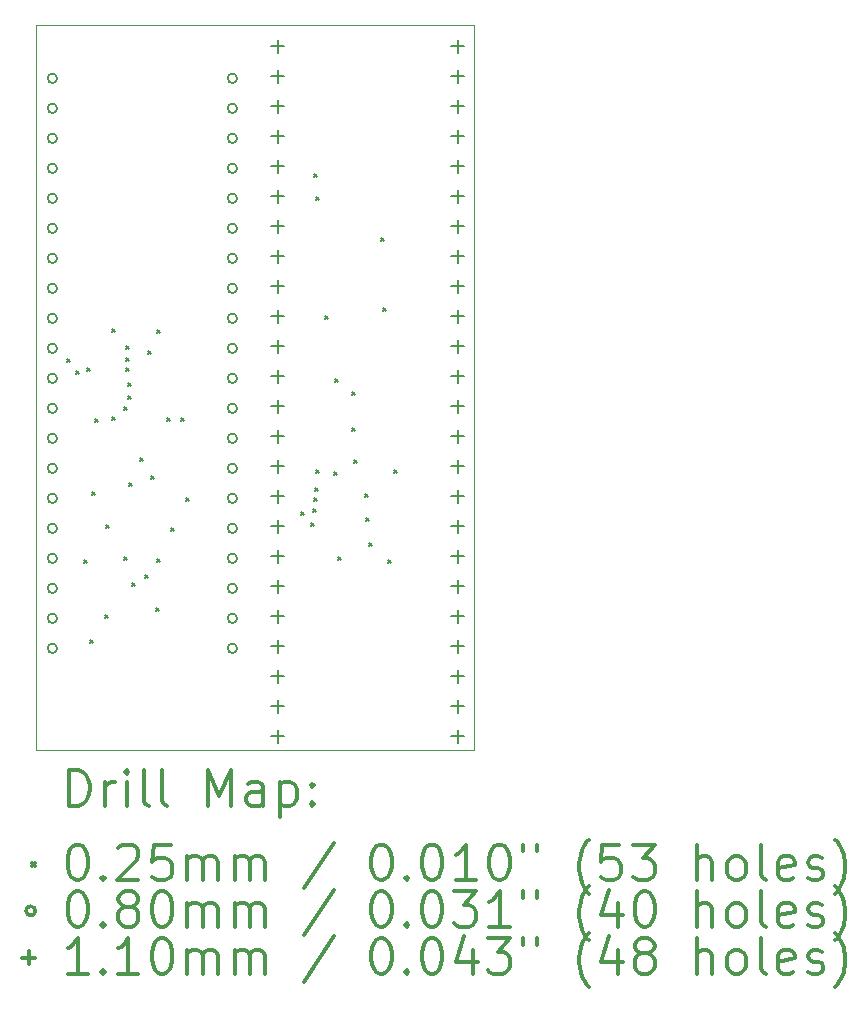
<source format=gbr>
%FSLAX45Y45*%
G04 Gerber Fmt 4.5, Leading zero omitted, Abs format (unit mm)*
G04 Created by KiCad (PCBNEW (5.1.8)-1) date 2022-03-12 16:38:44*
%MOMM*%
%LPD*%
G01*
G04 APERTURE LIST*
%TA.AperFunction,Profile*%
%ADD10C,0.050000*%
%TD*%
%ADD11C,0.200000*%
%ADD12C,0.300000*%
G04 APERTURE END LIST*
D10*
X15780512Y-11482832D02*
X15780512Y-5337302D01*
X19492976Y-11482832D02*
X15780512Y-11482832D01*
X19492976Y-5337302D02*
X19492976Y-11482832D01*
X15780512Y-5337302D02*
X19492976Y-5337302D01*
D11*
X16048228Y-8167878D02*
X16073628Y-8193278D01*
X16073628Y-8167878D02*
X16048228Y-8193278D01*
X16119348Y-8269478D02*
X16144748Y-8294878D01*
X16144748Y-8269478D02*
X16119348Y-8294878D01*
X16187420Y-9867392D02*
X16212820Y-9892792D01*
X16212820Y-9867392D02*
X16187420Y-9892792D01*
X16212820Y-8247126D02*
X16238220Y-8272526D01*
X16238220Y-8247126D02*
X16212820Y-8272526D01*
X16237458Y-10548112D02*
X16262858Y-10573512D01*
X16262858Y-10548112D02*
X16237458Y-10573512D01*
X16257270Y-9293860D02*
X16282670Y-9319260D01*
X16282670Y-9293860D02*
X16257270Y-9319260D01*
X16286480Y-8676894D02*
X16311880Y-8702294D01*
X16311880Y-8676894D02*
X16286480Y-8702294D01*
X16371062Y-10335260D02*
X16396462Y-10360660D01*
X16396462Y-10335260D02*
X16371062Y-10360660D01*
X16377466Y-9573460D02*
X16402866Y-9598860D01*
X16402866Y-9573460D02*
X16377466Y-9598860D01*
X16425672Y-7913878D02*
X16451072Y-7939278D01*
X16451072Y-7913878D02*
X16425672Y-7939278D01*
X16425906Y-8660203D02*
X16451306Y-8685603D01*
X16451306Y-8660203D02*
X16425906Y-8685603D01*
X16525972Y-8579330D02*
X16551372Y-8604730D01*
X16551372Y-8579330D02*
X16525972Y-8604730D01*
X16528861Y-9846818D02*
X16554261Y-9872218D01*
X16554261Y-9846818D02*
X16528861Y-9872218D01*
X16541242Y-8056118D02*
X16566642Y-8081518D01*
X16566642Y-8056118D02*
X16541242Y-8081518D01*
X16543782Y-8248904D02*
X16569182Y-8274304D01*
X16569182Y-8248904D02*
X16543782Y-8274304D01*
X16548862Y-8157464D02*
X16574262Y-8182864D01*
X16574262Y-8157464D02*
X16548862Y-8182864D01*
X16561211Y-8485406D02*
X16586611Y-8510806D01*
X16586611Y-8485406D02*
X16561211Y-8510806D01*
X16563012Y-8374962D02*
X16588412Y-8400362D01*
X16588412Y-8374962D02*
X16563012Y-8400362D01*
X16566388Y-9216644D02*
X16591788Y-9242044D01*
X16591788Y-9216644D02*
X16566388Y-9242044D01*
X16594328Y-10069322D02*
X16619728Y-10094722D01*
X16619728Y-10069322D02*
X16594328Y-10094722D01*
X16664178Y-9008618D02*
X16689578Y-9034018D01*
X16689578Y-9008618D02*
X16664178Y-9034018D01*
X16703802Y-9995408D02*
X16729202Y-10020808D01*
X16729202Y-9995408D02*
X16703802Y-10020808D01*
X16727678Y-8100568D02*
X16753078Y-8125968D01*
X16753078Y-8100568D02*
X16727678Y-8125968D01*
X16758158Y-9159240D02*
X16783558Y-9184640D01*
X16783558Y-9159240D02*
X16758158Y-9184640D01*
X16795242Y-10278364D02*
X16820642Y-10303764D01*
X16820642Y-10278364D02*
X16795242Y-10303764D01*
X16803370Y-9860280D02*
X16828770Y-9885680D01*
X16828770Y-9860280D02*
X16803370Y-9885680D01*
X16808958Y-7920228D02*
X16834358Y-7945628D01*
X16834358Y-7920228D02*
X16808958Y-7945628D01*
X16888460Y-8668258D02*
X16913860Y-8693658D01*
X16913860Y-8668258D02*
X16888460Y-8693658D01*
X16927322Y-9600438D02*
X16952722Y-9625838D01*
X16952722Y-9600438D02*
X16927322Y-9625838D01*
X17012697Y-8669636D02*
X17038097Y-8695036D01*
X17038097Y-8669636D02*
X17012697Y-8695036D01*
X17053052Y-9342628D02*
X17078452Y-9368028D01*
X17078452Y-9342628D02*
X17053052Y-9368028D01*
X18029428Y-9466072D02*
X18054828Y-9491472D01*
X18054828Y-9466072D02*
X18029428Y-9491472D01*
X18112364Y-9556165D02*
X18137764Y-9581565D01*
X18137764Y-9556165D02*
X18112364Y-9581565D01*
X18128996Y-9437624D02*
X18154396Y-9463024D01*
X18154396Y-9437624D02*
X18128996Y-9463024D01*
X18133314Y-6603746D02*
X18158714Y-6629146D01*
X18158714Y-6603746D02*
X18133314Y-6629146D01*
X18137124Y-9346184D02*
X18162524Y-9371584D01*
X18162524Y-9346184D02*
X18137124Y-9371584D01*
X18141188Y-9261856D02*
X18166588Y-9287256D01*
X18166588Y-9261856D02*
X18141188Y-9287256D01*
X18149316Y-9105900D02*
X18174716Y-9131300D01*
X18174716Y-9105900D02*
X18149316Y-9131300D01*
X18151094Y-6799072D02*
X18176494Y-6824472D01*
X18176494Y-6799072D02*
X18151094Y-6824472D01*
X18226024Y-7806436D02*
X18251424Y-7831836D01*
X18251424Y-7806436D02*
X18226024Y-7831836D01*
X18307812Y-9128760D02*
X18333212Y-9154160D01*
X18333212Y-9128760D02*
X18307812Y-9154160D01*
X18318226Y-8342376D02*
X18343626Y-8367776D01*
X18343626Y-8342376D02*
X18318226Y-8367776D01*
X18341594Y-9849612D02*
X18366994Y-9875012D01*
X18366994Y-9849612D02*
X18341594Y-9875012D01*
X18456337Y-8447523D02*
X18481737Y-8472923D01*
X18481737Y-8447523D02*
X18456337Y-8472923D01*
X18456337Y-8754110D02*
X18481737Y-8779510D01*
X18481737Y-8754110D02*
X18456337Y-8779510D01*
X18473420Y-9023350D02*
X18498820Y-9048750D01*
X18498820Y-9023350D02*
X18473420Y-9048750D01*
X18568162Y-9316466D02*
X18593562Y-9341866D01*
X18593562Y-9316466D02*
X18568162Y-9341866D01*
X18579084Y-9514840D02*
X18604484Y-9540240D01*
X18604484Y-9514840D02*
X18579084Y-9540240D01*
X18604484Y-9724136D02*
X18629884Y-9749536D01*
X18629884Y-9724136D02*
X18604484Y-9749536D01*
X18706338Y-7141638D02*
X18731738Y-7167038D01*
X18731738Y-7141638D02*
X18706338Y-7167038D01*
X18719219Y-7735243D02*
X18744619Y-7760643D01*
X18744619Y-7735243D02*
X18719219Y-7760643D01*
X18766536Y-9871710D02*
X18791936Y-9897110D01*
X18791936Y-9871710D02*
X18766536Y-9897110D01*
X18812002Y-9105138D02*
X18837402Y-9130538D01*
X18837402Y-9105138D02*
X18812002Y-9130538D01*
X15961228Y-5792978D02*
G75*
G03*
X15961228Y-5792978I-40000J0D01*
G01*
X15961228Y-6046978D02*
G75*
G03*
X15961228Y-6046978I-40000J0D01*
G01*
X15961228Y-6300978D02*
G75*
G03*
X15961228Y-6300978I-40000J0D01*
G01*
X15961228Y-6554978D02*
G75*
G03*
X15961228Y-6554978I-40000J0D01*
G01*
X15961228Y-6808978D02*
G75*
G03*
X15961228Y-6808978I-40000J0D01*
G01*
X15961228Y-7062978D02*
G75*
G03*
X15961228Y-7062978I-40000J0D01*
G01*
X15961228Y-7316978D02*
G75*
G03*
X15961228Y-7316978I-40000J0D01*
G01*
X15961228Y-7570978D02*
G75*
G03*
X15961228Y-7570978I-40000J0D01*
G01*
X15961228Y-7824978D02*
G75*
G03*
X15961228Y-7824978I-40000J0D01*
G01*
X15961228Y-8078978D02*
G75*
G03*
X15961228Y-8078978I-40000J0D01*
G01*
X15961228Y-8332978D02*
G75*
G03*
X15961228Y-8332978I-40000J0D01*
G01*
X15961228Y-8586978D02*
G75*
G03*
X15961228Y-8586978I-40000J0D01*
G01*
X15961228Y-8840978D02*
G75*
G03*
X15961228Y-8840978I-40000J0D01*
G01*
X15961228Y-9094978D02*
G75*
G03*
X15961228Y-9094978I-40000J0D01*
G01*
X15961228Y-9348978D02*
G75*
G03*
X15961228Y-9348978I-40000J0D01*
G01*
X15961228Y-9602978D02*
G75*
G03*
X15961228Y-9602978I-40000J0D01*
G01*
X15961228Y-9856978D02*
G75*
G03*
X15961228Y-9856978I-40000J0D01*
G01*
X15961228Y-10110978D02*
G75*
G03*
X15961228Y-10110978I-40000J0D01*
G01*
X15961228Y-10364978D02*
G75*
G03*
X15961228Y-10364978I-40000J0D01*
G01*
X15961228Y-10618978D02*
G75*
G03*
X15961228Y-10618978I-40000J0D01*
G01*
X17485228Y-5792978D02*
G75*
G03*
X17485228Y-5792978I-40000J0D01*
G01*
X17485228Y-6046978D02*
G75*
G03*
X17485228Y-6046978I-40000J0D01*
G01*
X17485228Y-6300978D02*
G75*
G03*
X17485228Y-6300978I-40000J0D01*
G01*
X17485228Y-6554978D02*
G75*
G03*
X17485228Y-6554978I-40000J0D01*
G01*
X17485228Y-6808978D02*
G75*
G03*
X17485228Y-6808978I-40000J0D01*
G01*
X17485228Y-7062978D02*
G75*
G03*
X17485228Y-7062978I-40000J0D01*
G01*
X17485228Y-7316978D02*
G75*
G03*
X17485228Y-7316978I-40000J0D01*
G01*
X17485228Y-7570978D02*
G75*
G03*
X17485228Y-7570978I-40000J0D01*
G01*
X17485228Y-7824978D02*
G75*
G03*
X17485228Y-7824978I-40000J0D01*
G01*
X17485228Y-8078978D02*
G75*
G03*
X17485228Y-8078978I-40000J0D01*
G01*
X17485228Y-8332978D02*
G75*
G03*
X17485228Y-8332978I-40000J0D01*
G01*
X17485228Y-8586978D02*
G75*
G03*
X17485228Y-8586978I-40000J0D01*
G01*
X17485228Y-8840978D02*
G75*
G03*
X17485228Y-8840978I-40000J0D01*
G01*
X17485228Y-9094978D02*
G75*
G03*
X17485228Y-9094978I-40000J0D01*
G01*
X17485228Y-9348978D02*
G75*
G03*
X17485228Y-9348978I-40000J0D01*
G01*
X17485228Y-9602978D02*
G75*
G03*
X17485228Y-9602978I-40000J0D01*
G01*
X17485228Y-9856978D02*
G75*
G03*
X17485228Y-9856978I-40000J0D01*
G01*
X17485228Y-10110978D02*
G75*
G03*
X17485228Y-10110978I-40000J0D01*
G01*
X17485228Y-10364978D02*
G75*
G03*
X17485228Y-10364978I-40000J0D01*
G01*
X17485228Y-10618978D02*
G75*
G03*
X17485228Y-10618978I-40000J0D01*
G01*
X17829022Y-5467468D02*
X17829022Y-5577468D01*
X17774022Y-5522468D02*
X17884022Y-5522468D01*
X17829022Y-5721468D02*
X17829022Y-5831468D01*
X17774022Y-5776468D02*
X17884022Y-5776468D01*
X17829022Y-5975468D02*
X17829022Y-6085468D01*
X17774022Y-6030468D02*
X17884022Y-6030468D01*
X17829022Y-6229468D02*
X17829022Y-6339468D01*
X17774022Y-6284468D02*
X17884022Y-6284468D01*
X17829022Y-6483468D02*
X17829022Y-6593468D01*
X17774022Y-6538468D02*
X17884022Y-6538468D01*
X17829022Y-6737468D02*
X17829022Y-6847468D01*
X17774022Y-6792468D02*
X17884022Y-6792468D01*
X17829022Y-6991468D02*
X17829022Y-7101468D01*
X17774022Y-7046468D02*
X17884022Y-7046468D01*
X17829022Y-7245468D02*
X17829022Y-7355468D01*
X17774022Y-7300468D02*
X17884022Y-7300468D01*
X17829022Y-7499468D02*
X17829022Y-7609468D01*
X17774022Y-7554468D02*
X17884022Y-7554468D01*
X17829022Y-7753468D02*
X17829022Y-7863468D01*
X17774022Y-7808468D02*
X17884022Y-7808468D01*
X17829022Y-8007468D02*
X17829022Y-8117468D01*
X17774022Y-8062468D02*
X17884022Y-8062468D01*
X17829022Y-8261468D02*
X17829022Y-8371468D01*
X17774022Y-8316468D02*
X17884022Y-8316468D01*
X17829022Y-8515468D02*
X17829022Y-8625468D01*
X17774022Y-8570468D02*
X17884022Y-8570468D01*
X17829022Y-8769468D02*
X17829022Y-8879468D01*
X17774022Y-8824468D02*
X17884022Y-8824468D01*
X17829022Y-9023468D02*
X17829022Y-9133468D01*
X17774022Y-9078468D02*
X17884022Y-9078468D01*
X17829022Y-9277468D02*
X17829022Y-9387468D01*
X17774022Y-9332468D02*
X17884022Y-9332468D01*
X17829022Y-9531468D02*
X17829022Y-9641468D01*
X17774022Y-9586468D02*
X17884022Y-9586468D01*
X17829022Y-9785468D02*
X17829022Y-9895468D01*
X17774022Y-9840468D02*
X17884022Y-9840468D01*
X17829022Y-10039468D02*
X17829022Y-10149468D01*
X17774022Y-10094468D02*
X17884022Y-10094468D01*
X17829022Y-10293468D02*
X17829022Y-10403468D01*
X17774022Y-10348468D02*
X17884022Y-10348468D01*
X17829022Y-10547468D02*
X17829022Y-10657468D01*
X17774022Y-10602468D02*
X17884022Y-10602468D01*
X17829022Y-10801468D02*
X17829022Y-10911468D01*
X17774022Y-10856468D02*
X17884022Y-10856468D01*
X17829022Y-11055468D02*
X17829022Y-11165468D01*
X17774022Y-11110468D02*
X17884022Y-11110468D01*
X17829022Y-11309468D02*
X17829022Y-11419468D01*
X17774022Y-11364468D02*
X17884022Y-11364468D01*
X19353022Y-5467468D02*
X19353022Y-5577468D01*
X19298022Y-5522468D02*
X19408022Y-5522468D01*
X19353022Y-5721468D02*
X19353022Y-5831468D01*
X19298022Y-5776468D02*
X19408022Y-5776468D01*
X19353022Y-5975468D02*
X19353022Y-6085468D01*
X19298022Y-6030468D02*
X19408022Y-6030468D01*
X19353022Y-6229468D02*
X19353022Y-6339468D01*
X19298022Y-6284468D02*
X19408022Y-6284468D01*
X19353022Y-6483468D02*
X19353022Y-6593468D01*
X19298022Y-6538468D02*
X19408022Y-6538468D01*
X19353022Y-6737468D02*
X19353022Y-6847468D01*
X19298022Y-6792468D02*
X19408022Y-6792468D01*
X19353022Y-6991468D02*
X19353022Y-7101468D01*
X19298022Y-7046468D02*
X19408022Y-7046468D01*
X19353022Y-7245468D02*
X19353022Y-7355468D01*
X19298022Y-7300468D02*
X19408022Y-7300468D01*
X19353022Y-7499468D02*
X19353022Y-7609468D01*
X19298022Y-7554468D02*
X19408022Y-7554468D01*
X19353022Y-7753468D02*
X19353022Y-7863468D01*
X19298022Y-7808468D02*
X19408022Y-7808468D01*
X19353022Y-8007468D02*
X19353022Y-8117468D01*
X19298022Y-8062468D02*
X19408022Y-8062468D01*
X19353022Y-8261468D02*
X19353022Y-8371468D01*
X19298022Y-8316468D02*
X19408022Y-8316468D01*
X19353022Y-8515468D02*
X19353022Y-8625468D01*
X19298022Y-8570468D02*
X19408022Y-8570468D01*
X19353022Y-8769468D02*
X19353022Y-8879468D01*
X19298022Y-8824468D02*
X19408022Y-8824468D01*
X19353022Y-9023468D02*
X19353022Y-9133468D01*
X19298022Y-9078468D02*
X19408022Y-9078468D01*
X19353022Y-9277468D02*
X19353022Y-9387468D01*
X19298022Y-9332468D02*
X19408022Y-9332468D01*
X19353022Y-9531468D02*
X19353022Y-9641468D01*
X19298022Y-9586468D02*
X19408022Y-9586468D01*
X19353022Y-9785468D02*
X19353022Y-9895468D01*
X19298022Y-9840468D02*
X19408022Y-9840468D01*
X19353022Y-10039468D02*
X19353022Y-10149468D01*
X19298022Y-10094468D02*
X19408022Y-10094468D01*
X19353022Y-10293468D02*
X19353022Y-10403468D01*
X19298022Y-10348468D02*
X19408022Y-10348468D01*
X19353022Y-10547468D02*
X19353022Y-10657468D01*
X19298022Y-10602468D02*
X19408022Y-10602468D01*
X19353022Y-10801468D02*
X19353022Y-10911468D01*
X19298022Y-10856468D02*
X19408022Y-10856468D01*
X19353022Y-11055468D02*
X19353022Y-11165468D01*
X19298022Y-11110468D02*
X19408022Y-11110468D01*
X19353022Y-11309468D02*
X19353022Y-11419468D01*
X19298022Y-11364468D02*
X19408022Y-11364468D01*
D12*
X16064440Y-11951046D02*
X16064440Y-11651046D01*
X16135869Y-11651046D01*
X16178726Y-11665332D01*
X16207298Y-11693903D01*
X16221583Y-11722475D01*
X16235869Y-11779618D01*
X16235869Y-11822475D01*
X16221583Y-11879618D01*
X16207298Y-11908189D01*
X16178726Y-11936761D01*
X16135869Y-11951046D01*
X16064440Y-11951046D01*
X16364440Y-11951046D02*
X16364440Y-11751046D01*
X16364440Y-11808189D02*
X16378726Y-11779618D01*
X16393012Y-11765332D01*
X16421583Y-11751046D01*
X16450155Y-11751046D01*
X16550155Y-11951046D02*
X16550155Y-11751046D01*
X16550155Y-11651046D02*
X16535869Y-11665332D01*
X16550155Y-11679618D01*
X16564440Y-11665332D01*
X16550155Y-11651046D01*
X16550155Y-11679618D01*
X16735869Y-11951046D02*
X16707298Y-11936761D01*
X16693012Y-11908189D01*
X16693012Y-11651046D01*
X16893012Y-11951046D02*
X16864440Y-11936761D01*
X16850155Y-11908189D01*
X16850155Y-11651046D01*
X17235869Y-11951046D02*
X17235869Y-11651046D01*
X17335869Y-11865332D01*
X17435869Y-11651046D01*
X17435869Y-11951046D01*
X17707298Y-11951046D02*
X17707298Y-11793903D01*
X17693012Y-11765332D01*
X17664440Y-11751046D01*
X17607298Y-11751046D01*
X17578726Y-11765332D01*
X17707298Y-11936761D02*
X17678726Y-11951046D01*
X17607298Y-11951046D01*
X17578726Y-11936761D01*
X17564440Y-11908189D01*
X17564440Y-11879618D01*
X17578726Y-11851046D01*
X17607298Y-11836761D01*
X17678726Y-11836761D01*
X17707298Y-11822475D01*
X17850155Y-11751046D02*
X17850155Y-12051046D01*
X17850155Y-11765332D02*
X17878726Y-11751046D01*
X17935869Y-11751046D01*
X17964440Y-11765332D01*
X17978726Y-11779618D01*
X17993012Y-11808189D01*
X17993012Y-11893903D01*
X17978726Y-11922475D01*
X17964440Y-11936761D01*
X17935869Y-11951046D01*
X17878726Y-11951046D01*
X17850155Y-11936761D01*
X18121583Y-11922475D02*
X18135869Y-11936761D01*
X18121583Y-11951046D01*
X18107298Y-11936761D01*
X18121583Y-11922475D01*
X18121583Y-11951046D01*
X18121583Y-11765332D02*
X18135869Y-11779618D01*
X18121583Y-11793903D01*
X18107298Y-11779618D01*
X18121583Y-11765332D01*
X18121583Y-11793903D01*
X15752612Y-12432632D02*
X15778012Y-12458032D01*
X15778012Y-12432632D02*
X15752612Y-12458032D01*
X16121583Y-12281046D02*
X16150155Y-12281046D01*
X16178726Y-12295332D01*
X16193012Y-12309618D01*
X16207298Y-12338189D01*
X16221583Y-12395332D01*
X16221583Y-12466761D01*
X16207298Y-12523903D01*
X16193012Y-12552475D01*
X16178726Y-12566761D01*
X16150155Y-12581046D01*
X16121583Y-12581046D01*
X16093012Y-12566761D01*
X16078726Y-12552475D01*
X16064440Y-12523903D01*
X16050155Y-12466761D01*
X16050155Y-12395332D01*
X16064440Y-12338189D01*
X16078726Y-12309618D01*
X16093012Y-12295332D01*
X16121583Y-12281046D01*
X16350155Y-12552475D02*
X16364440Y-12566761D01*
X16350155Y-12581046D01*
X16335869Y-12566761D01*
X16350155Y-12552475D01*
X16350155Y-12581046D01*
X16478726Y-12309618D02*
X16493012Y-12295332D01*
X16521583Y-12281046D01*
X16593012Y-12281046D01*
X16621583Y-12295332D01*
X16635869Y-12309618D01*
X16650155Y-12338189D01*
X16650155Y-12366761D01*
X16635869Y-12409618D01*
X16464440Y-12581046D01*
X16650155Y-12581046D01*
X16921583Y-12281046D02*
X16778726Y-12281046D01*
X16764440Y-12423903D01*
X16778726Y-12409618D01*
X16807298Y-12395332D01*
X16878726Y-12395332D01*
X16907298Y-12409618D01*
X16921583Y-12423903D01*
X16935869Y-12452475D01*
X16935869Y-12523903D01*
X16921583Y-12552475D01*
X16907298Y-12566761D01*
X16878726Y-12581046D01*
X16807298Y-12581046D01*
X16778726Y-12566761D01*
X16764440Y-12552475D01*
X17064440Y-12581046D02*
X17064440Y-12381046D01*
X17064440Y-12409618D02*
X17078726Y-12395332D01*
X17107298Y-12381046D01*
X17150155Y-12381046D01*
X17178726Y-12395332D01*
X17193012Y-12423903D01*
X17193012Y-12581046D01*
X17193012Y-12423903D02*
X17207298Y-12395332D01*
X17235869Y-12381046D01*
X17278726Y-12381046D01*
X17307298Y-12395332D01*
X17321583Y-12423903D01*
X17321583Y-12581046D01*
X17464440Y-12581046D02*
X17464440Y-12381046D01*
X17464440Y-12409618D02*
X17478726Y-12395332D01*
X17507298Y-12381046D01*
X17550155Y-12381046D01*
X17578726Y-12395332D01*
X17593012Y-12423903D01*
X17593012Y-12581046D01*
X17593012Y-12423903D02*
X17607298Y-12395332D01*
X17635869Y-12381046D01*
X17678726Y-12381046D01*
X17707298Y-12395332D01*
X17721583Y-12423903D01*
X17721583Y-12581046D01*
X18307298Y-12266761D02*
X18050155Y-12652475D01*
X18693012Y-12281046D02*
X18721583Y-12281046D01*
X18750155Y-12295332D01*
X18764440Y-12309618D01*
X18778726Y-12338189D01*
X18793012Y-12395332D01*
X18793012Y-12466761D01*
X18778726Y-12523903D01*
X18764440Y-12552475D01*
X18750155Y-12566761D01*
X18721583Y-12581046D01*
X18693012Y-12581046D01*
X18664440Y-12566761D01*
X18650155Y-12552475D01*
X18635869Y-12523903D01*
X18621583Y-12466761D01*
X18621583Y-12395332D01*
X18635869Y-12338189D01*
X18650155Y-12309618D01*
X18664440Y-12295332D01*
X18693012Y-12281046D01*
X18921583Y-12552475D02*
X18935869Y-12566761D01*
X18921583Y-12581046D01*
X18907298Y-12566761D01*
X18921583Y-12552475D01*
X18921583Y-12581046D01*
X19121583Y-12281046D02*
X19150155Y-12281046D01*
X19178726Y-12295332D01*
X19193012Y-12309618D01*
X19207298Y-12338189D01*
X19221583Y-12395332D01*
X19221583Y-12466761D01*
X19207298Y-12523903D01*
X19193012Y-12552475D01*
X19178726Y-12566761D01*
X19150155Y-12581046D01*
X19121583Y-12581046D01*
X19093012Y-12566761D01*
X19078726Y-12552475D01*
X19064440Y-12523903D01*
X19050155Y-12466761D01*
X19050155Y-12395332D01*
X19064440Y-12338189D01*
X19078726Y-12309618D01*
X19093012Y-12295332D01*
X19121583Y-12281046D01*
X19507298Y-12581046D02*
X19335869Y-12581046D01*
X19421583Y-12581046D02*
X19421583Y-12281046D01*
X19393012Y-12323903D01*
X19364440Y-12352475D01*
X19335869Y-12366761D01*
X19693012Y-12281046D02*
X19721583Y-12281046D01*
X19750155Y-12295332D01*
X19764440Y-12309618D01*
X19778726Y-12338189D01*
X19793012Y-12395332D01*
X19793012Y-12466761D01*
X19778726Y-12523903D01*
X19764440Y-12552475D01*
X19750155Y-12566761D01*
X19721583Y-12581046D01*
X19693012Y-12581046D01*
X19664440Y-12566761D01*
X19650155Y-12552475D01*
X19635869Y-12523903D01*
X19621583Y-12466761D01*
X19621583Y-12395332D01*
X19635869Y-12338189D01*
X19650155Y-12309618D01*
X19664440Y-12295332D01*
X19693012Y-12281046D01*
X19907298Y-12281046D02*
X19907298Y-12338189D01*
X20021583Y-12281046D02*
X20021583Y-12338189D01*
X20464440Y-12695332D02*
X20450155Y-12681046D01*
X20421583Y-12638189D01*
X20407298Y-12609618D01*
X20393012Y-12566761D01*
X20378726Y-12495332D01*
X20378726Y-12438189D01*
X20393012Y-12366761D01*
X20407298Y-12323903D01*
X20421583Y-12295332D01*
X20450155Y-12252475D01*
X20464440Y-12238189D01*
X20721583Y-12281046D02*
X20578726Y-12281046D01*
X20564440Y-12423903D01*
X20578726Y-12409618D01*
X20607298Y-12395332D01*
X20678726Y-12395332D01*
X20707298Y-12409618D01*
X20721583Y-12423903D01*
X20735869Y-12452475D01*
X20735869Y-12523903D01*
X20721583Y-12552475D01*
X20707298Y-12566761D01*
X20678726Y-12581046D01*
X20607298Y-12581046D01*
X20578726Y-12566761D01*
X20564440Y-12552475D01*
X20835869Y-12281046D02*
X21021583Y-12281046D01*
X20921583Y-12395332D01*
X20964440Y-12395332D01*
X20993012Y-12409618D01*
X21007298Y-12423903D01*
X21021583Y-12452475D01*
X21021583Y-12523903D01*
X21007298Y-12552475D01*
X20993012Y-12566761D01*
X20964440Y-12581046D01*
X20878726Y-12581046D01*
X20850155Y-12566761D01*
X20835869Y-12552475D01*
X21378726Y-12581046D02*
X21378726Y-12281046D01*
X21507298Y-12581046D02*
X21507298Y-12423903D01*
X21493012Y-12395332D01*
X21464440Y-12381046D01*
X21421583Y-12381046D01*
X21393012Y-12395332D01*
X21378726Y-12409618D01*
X21693012Y-12581046D02*
X21664440Y-12566761D01*
X21650155Y-12552475D01*
X21635869Y-12523903D01*
X21635869Y-12438189D01*
X21650155Y-12409618D01*
X21664440Y-12395332D01*
X21693012Y-12381046D01*
X21735869Y-12381046D01*
X21764440Y-12395332D01*
X21778726Y-12409618D01*
X21793012Y-12438189D01*
X21793012Y-12523903D01*
X21778726Y-12552475D01*
X21764440Y-12566761D01*
X21735869Y-12581046D01*
X21693012Y-12581046D01*
X21964440Y-12581046D02*
X21935869Y-12566761D01*
X21921583Y-12538189D01*
X21921583Y-12281046D01*
X22193012Y-12566761D02*
X22164440Y-12581046D01*
X22107298Y-12581046D01*
X22078726Y-12566761D01*
X22064440Y-12538189D01*
X22064440Y-12423903D01*
X22078726Y-12395332D01*
X22107298Y-12381046D01*
X22164440Y-12381046D01*
X22193012Y-12395332D01*
X22207298Y-12423903D01*
X22207298Y-12452475D01*
X22064440Y-12481046D01*
X22321583Y-12566761D02*
X22350155Y-12581046D01*
X22407298Y-12581046D01*
X22435869Y-12566761D01*
X22450155Y-12538189D01*
X22450155Y-12523903D01*
X22435869Y-12495332D01*
X22407298Y-12481046D01*
X22364440Y-12481046D01*
X22335869Y-12466761D01*
X22321583Y-12438189D01*
X22321583Y-12423903D01*
X22335869Y-12395332D01*
X22364440Y-12381046D01*
X22407298Y-12381046D01*
X22435869Y-12395332D01*
X22550155Y-12695332D02*
X22564440Y-12681046D01*
X22593012Y-12638189D01*
X22607298Y-12609618D01*
X22621583Y-12566761D01*
X22635869Y-12495332D01*
X22635869Y-12438189D01*
X22621583Y-12366761D01*
X22607298Y-12323903D01*
X22593012Y-12295332D01*
X22564440Y-12252475D01*
X22550155Y-12238189D01*
X15778012Y-12841332D02*
G75*
G03*
X15778012Y-12841332I-40000J0D01*
G01*
X16121583Y-12677046D02*
X16150155Y-12677046D01*
X16178726Y-12691332D01*
X16193012Y-12705618D01*
X16207298Y-12734189D01*
X16221583Y-12791332D01*
X16221583Y-12862761D01*
X16207298Y-12919903D01*
X16193012Y-12948475D01*
X16178726Y-12962761D01*
X16150155Y-12977046D01*
X16121583Y-12977046D01*
X16093012Y-12962761D01*
X16078726Y-12948475D01*
X16064440Y-12919903D01*
X16050155Y-12862761D01*
X16050155Y-12791332D01*
X16064440Y-12734189D01*
X16078726Y-12705618D01*
X16093012Y-12691332D01*
X16121583Y-12677046D01*
X16350155Y-12948475D02*
X16364440Y-12962761D01*
X16350155Y-12977046D01*
X16335869Y-12962761D01*
X16350155Y-12948475D01*
X16350155Y-12977046D01*
X16535869Y-12805618D02*
X16507298Y-12791332D01*
X16493012Y-12777046D01*
X16478726Y-12748475D01*
X16478726Y-12734189D01*
X16493012Y-12705618D01*
X16507298Y-12691332D01*
X16535869Y-12677046D01*
X16593012Y-12677046D01*
X16621583Y-12691332D01*
X16635869Y-12705618D01*
X16650155Y-12734189D01*
X16650155Y-12748475D01*
X16635869Y-12777046D01*
X16621583Y-12791332D01*
X16593012Y-12805618D01*
X16535869Y-12805618D01*
X16507298Y-12819903D01*
X16493012Y-12834189D01*
X16478726Y-12862761D01*
X16478726Y-12919903D01*
X16493012Y-12948475D01*
X16507298Y-12962761D01*
X16535869Y-12977046D01*
X16593012Y-12977046D01*
X16621583Y-12962761D01*
X16635869Y-12948475D01*
X16650155Y-12919903D01*
X16650155Y-12862761D01*
X16635869Y-12834189D01*
X16621583Y-12819903D01*
X16593012Y-12805618D01*
X16835869Y-12677046D02*
X16864440Y-12677046D01*
X16893012Y-12691332D01*
X16907298Y-12705618D01*
X16921583Y-12734189D01*
X16935869Y-12791332D01*
X16935869Y-12862761D01*
X16921583Y-12919903D01*
X16907298Y-12948475D01*
X16893012Y-12962761D01*
X16864440Y-12977046D01*
X16835869Y-12977046D01*
X16807298Y-12962761D01*
X16793012Y-12948475D01*
X16778726Y-12919903D01*
X16764440Y-12862761D01*
X16764440Y-12791332D01*
X16778726Y-12734189D01*
X16793012Y-12705618D01*
X16807298Y-12691332D01*
X16835869Y-12677046D01*
X17064440Y-12977046D02*
X17064440Y-12777046D01*
X17064440Y-12805618D02*
X17078726Y-12791332D01*
X17107298Y-12777046D01*
X17150155Y-12777046D01*
X17178726Y-12791332D01*
X17193012Y-12819903D01*
X17193012Y-12977046D01*
X17193012Y-12819903D02*
X17207298Y-12791332D01*
X17235869Y-12777046D01*
X17278726Y-12777046D01*
X17307298Y-12791332D01*
X17321583Y-12819903D01*
X17321583Y-12977046D01*
X17464440Y-12977046D02*
X17464440Y-12777046D01*
X17464440Y-12805618D02*
X17478726Y-12791332D01*
X17507298Y-12777046D01*
X17550155Y-12777046D01*
X17578726Y-12791332D01*
X17593012Y-12819903D01*
X17593012Y-12977046D01*
X17593012Y-12819903D02*
X17607298Y-12791332D01*
X17635869Y-12777046D01*
X17678726Y-12777046D01*
X17707298Y-12791332D01*
X17721583Y-12819903D01*
X17721583Y-12977046D01*
X18307298Y-12662761D02*
X18050155Y-13048475D01*
X18693012Y-12677046D02*
X18721583Y-12677046D01*
X18750155Y-12691332D01*
X18764440Y-12705618D01*
X18778726Y-12734189D01*
X18793012Y-12791332D01*
X18793012Y-12862761D01*
X18778726Y-12919903D01*
X18764440Y-12948475D01*
X18750155Y-12962761D01*
X18721583Y-12977046D01*
X18693012Y-12977046D01*
X18664440Y-12962761D01*
X18650155Y-12948475D01*
X18635869Y-12919903D01*
X18621583Y-12862761D01*
X18621583Y-12791332D01*
X18635869Y-12734189D01*
X18650155Y-12705618D01*
X18664440Y-12691332D01*
X18693012Y-12677046D01*
X18921583Y-12948475D02*
X18935869Y-12962761D01*
X18921583Y-12977046D01*
X18907298Y-12962761D01*
X18921583Y-12948475D01*
X18921583Y-12977046D01*
X19121583Y-12677046D02*
X19150155Y-12677046D01*
X19178726Y-12691332D01*
X19193012Y-12705618D01*
X19207298Y-12734189D01*
X19221583Y-12791332D01*
X19221583Y-12862761D01*
X19207298Y-12919903D01*
X19193012Y-12948475D01*
X19178726Y-12962761D01*
X19150155Y-12977046D01*
X19121583Y-12977046D01*
X19093012Y-12962761D01*
X19078726Y-12948475D01*
X19064440Y-12919903D01*
X19050155Y-12862761D01*
X19050155Y-12791332D01*
X19064440Y-12734189D01*
X19078726Y-12705618D01*
X19093012Y-12691332D01*
X19121583Y-12677046D01*
X19321583Y-12677046D02*
X19507298Y-12677046D01*
X19407298Y-12791332D01*
X19450155Y-12791332D01*
X19478726Y-12805618D01*
X19493012Y-12819903D01*
X19507298Y-12848475D01*
X19507298Y-12919903D01*
X19493012Y-12948475D01*
X19478726Y-12962761D01*
X19450155Y-12977046D01*
X19364440Y-12977046D01*
X19335869Y-12962761D01*
X19321583Y-12948475D01*
X19793012Y-12977046D02*
X19621583Y-12977046D01*
X19707298Y-12977046D02*
X19707298Y-12677046D01*
X19678726Y-12719903D01*
X19650155Y-12748475D01*
X19621583Y-12762761D01*
X19907298Y-12677046D02*
X19907298Y-12734189D01*
X20021583Y-12677046D02*
X20021583Y-12734189D01*
X20464440Y-13091332D02*
X20450155Y-13077046D01*
X20421583Y-13034189D01*
X20407298Y-13005618D01*
X20393012Y-12962761D01*
X20378726Y-12891332D01*
X20378726Y-12834189D01*
X20393012Y-12762761D01*
X20407298Y-12719903D01*
X20421583Y-12691332D01*
X20450155Y-12648475D01*
X20464440Y-12634189D01*
X20707298Y-12777046D02*
X20707298Y-12977046D01*
X20635869Y-12662761D02*
X20564440Y-12877046D01*
X20750155Y-12877046D01*
X20921583Y-12677046D02*
X20950155Y-12677046D01*
X20978726Y-12691332D01*
X20993012Y-12705618D01*
X21007298Y-12734189D01*
X21021583Y-12791332D01*
X21021583Y-12862761D01*
X21007298Y-12919903D01*
X20993012Y-12948475D01*
X20978726Y-12962761D01*
X20950155Y-12977046D01*
X20921583Y-12977046D01*
X20893012Y-12962761D01*
X20878726Y-12948475D01*
X20864440Y-12919903D01*
X20850155Y-12862761D01*
X20850155Y-12791332D01*
X20864440Y-12734189D01*
X20878726Y-12705618D01*
X20893012Y-12691332D01*
X20921583Y-12677046D01*
X21378726Y-12977046D02*
X21378726Y-12677046D01*
X21507298Y-12977046D02*
X21507298Y-12819903D01*
X21493012Y-12791332D01*
X21464440Y-12777046D01*
X21421583Y-12777046D01*
X21393012Y-12791332D01*
X21378726Y-12805618D01*
X21693012Y-12977046D02*
X21664440Y-12962761D01*
X21650155Y-12948475D01*
X21635869Y-12919903D01*
X21635869Y-12834189D01*
X21650155Y-12805618D01*
X21664440Y-12791332D01*
X21693012Y-12777046D01*
X21735869Y-12777046D01*
X21764440Y-12791332D01*
X21778726Y-12805618D01*
X21793012Y-12834189D01*
X21793012Y-12919903D01*
X21778726Y-12948475D01*
X21764440Y-12962761D01*
X21735869Y-12977046D01*
X21693012Y-12977046D01*
X21964440Y-12977046D02*
X21935869Y-12962761D01*
X21921583Y-12934189D01*
X21921583Y-12677046D01*
X22193012Y-12962761D02*
X22164440Y-12977046D01*
X22107298Y-12977046D01*
X22078726Y-12962761D01*
X22064440Y-12934189D01*
X22064440Y-12819903D01*
X22078726Y-12791332D01*
X22107298Y-12777046D01*
X22164440Y-12777046D01*
X22193012Y-12791332D01*
X22207298Y-12819903D01*
X22207298Y-12848475D01*
X22064440Y-12877046D01*
X22321583Y-12962761D02*
X22350155Y-12977046D01*
X22407298Y-12977046D01*
X22435869Y-12962761D01*
X22450155Y-12934189D01*
X22450155Y-12919903D01*
X22435869Y-12891332D01*
X22407298Y-12877046D01*
X22364440Y-12877046D01*
X22335869Y-12862761D01*
X22321583Y-12834189D01*
X22321583Y-12819903D01*
X22335869Y-12791332D01*
X22364440Y-12777046D01*
X22407298Y-12777046D01*
X22435869Y-12791332D01*
X22550155Y-13091332D02*
X22564440Y-13077046D01*
X22593012Y-13034189D01*
X22607298Y-13005618D01*
X22621583Y-12962761D01*
X22635869Y-12891332D01*
X22635869Y-12834189D01*
X22621583Y-12762761D01*
X22607298Y-12719903D01*
X22593012Y-12691332D01*
X22564440Y-12648475D01*
X22550155Y-12634189D01*
X15723012Y-13182332D02*
X15723012Y-13292332D01*
X15668012Y-13237332D02*
X15778012Y-13237332D01*
X16221583Y-13373046D02*
X16050155Y-13373046D01*
X16135869Y-13373046D02*
X16135869Y-13073046D01*
X16107298Y-13115903D01*
X16078726Y-13144475D01*
X16050155Y-13158761D01*
X16350155Y-13344475D02*
X16364440Y-13358761D01*
X16350155Y-13373046D01*
X16335869Y-13358761D01*
X16350155Y-13344475D01*
X16350155Y-13373046D01*
X16650155Y-13373046D02*
X16478726Y-13373046D01*
X16564440Y-13373046D02*
X16564440Y-13073046D01*
X16535869Y-13115903D01*
X16507298Y-13144475D01*
X16478726Y-13158761D01*
X16835869Y-13073046D02*
X16864440Y-13073046D01*
X16893012Y-13087332D01*
X16907298Y-13101618D01*
X16921583Y-13130189D01*
X16935869Y-13187332D01*
X16935869Y-13258761D01*
X16921583Y-13315903D01*
X16907298Y-13344475D01*
X16893012Y-13358761D01*
X16864440Y-13373046D01*
X16835869Y-13373046D01*
X16807298Y-13358761D01*
X16793012Y-13344475D01*
X16778726Y-13315903D01*
X16764440Y-13258761D01*
X16764440Y-13187332D01*
X16778726Y-13130189D01*
X16793012Y-13101618D01*
X16807298Y-13087332D01*
X16835869Y-13073046D01*
X17064440Y-13373046D02*
X17064440Y-13173046D01*
X17064440Y-13201618D02*
X17078726Y-13187332D01*
X17107298Y-13173046D01*
X17150155Y-13173046D01*
X17178726Y-13187332D01*
X17193012Y-13215903D01*
X17193012Y-13373046D01*
X17193012Y-13215903D02*
X17207298Y-13187332D01*
X17235869Y-13173046D01*
X17278726Y-13173046D01*
X17307298Y-13187332D01*
X17321583Y-13215903D01*
X17321583Y-13373046D01*
X17464440Y-13373046D02*
X17464440Y-13173046D01*
X17464440Y-13201618D02*
X17478726Y-13187332D01*
X17507298Y-13173046D01*
X17550155Y-13173046D01*
X17578726Y-13187332D01*
X17593012Y-13215903D01*
X17593012Y-13373046D01*
X17593012Y-13215903D02*
X17607298Y-13187332D01*
X17635869Y-13173046D01*
X17678726Y-13173046D01*
X17707298Y-13187332D01*
X17721583Y-13215903D01*
X17721583Y-13373046D01*
X18307298Y-13058761D02*
X18050155Y-13444475D01*
X18693012Y-13073046D02*
X18721583Y-13073046D01*
X18750155Y-13087332D01*
X18764440Y-13101618D01*
X18778726Y-13130189D01*
X18793012Y-13187332D01*
X18793012Y-13258761D01*
X18778726Y-13315903D01*
X18764440Y-13344475D01*
X18750155Y-13358761D01*
X18721583Y-13373046D01*
X18693012Y-13373046D01*
X18664440Y-13358761D01*
X18650155Y-13344475D01*
X18635869Y-13315903D01*
X18621583Y-13258761D01*
X18621583Y-13187332D01*
X18635869Y-13130189D01*
X18650155Y-13101618D01*
X18664440Y-13087332D01*
X18693012Y-13073046D01*
X18921583Y-13344475D02*
X18935869Y-13358761D01*
X18921583Y-13373046D01*
X18907298Y-13358761D01*
X18921583Y-13344475D01*
X18921583Y-13373046D01*
X19121583Y-13073046D02*
X19150155Y-13073046D01*
X19178726Y-13087332D01*
X19193012Y-13101618D01*
X19207298Y-13130189D01*
X19221583Y-13187332D01*
X19221583Y-13258761D01*
X19207298Y-13315903D01*
X19193012Y-13344475D01*
X19178726Y-13358761D01*
X19150155Y-13373046D01*
X19121583Y-13373046D01*
X19093012Y-13358761D01*
X19078726Y-13344475D01*
X19064440Y-13315903D01*
X19050155Y-13258761D01*
X19050155Y-13187332D01*
X19064440Y-13130189D01*
X19078726Y-13101618D01*
X19093012Y-13087332D01*
X19121583Y-13073046D01*
X19478726Y-13173046D02*
X19478726Y-13373046D01*
X19407298Y-13058761D02*
X19335869Y-13273046D01*
X19521583Y-13273046D01*
X19607298Y-13073046D02*
X19793012Y-13073046D01*
X19693012Y-13187332D01*
X19735869Y-13187332D01*
X19764440Y-13201618D01*
X19778726Y-13215903D01*
X19793012Y-13244475D01*
X19793012Y-13315903D01*
X19778726Y-13344475D01*
X19764440Y-13358761D01*
X19735869Y-13373046D01*
X19650155Y-13373046D01*
X19621583Y-13358761D01*
X19607298Y-13344475D01*
X19907298Y-13073046D02*
X19907298Y-13130189D01*
X20021583Y-13073046D02*
X20021583Y-13130189D01*
X20464440Y-13487332D02*
X20450155Y-13473046D01*
X20421583Y-13430189D01*
X20407298Y-13401618D01*
X20393012Y-13358761D01*
X20378726Y-13287332D01*
X20378726Y-13230189D01*
X20393012Y-13158761D01*
X20407298Y-13115903D01*
X20421583Y-13087332D01*
X20450155Y-13044475D01*
X20464440Y-13030189D01*
X20707298Y-13173046D02*
X20707298Y-13373046D01*
X20635869Y-13058761D02*
X20564440Y-13273046D01*
X20750155Y-13273046D01*
X20907298Y-13201618D02*
X20878726Y-13187332D01*
X20864440Y-13173046D01*
X20850155Y-13144475D01*
X20850155Y-13130189D01*
X20864440Y-13101618D01*
X20878726Y-13087332D01*
X20907298Y-13073046D01*
X20964440Y-13073046D01*
X20993012Y-13087332D01*
X21007298Y-13101618D01*
X21021583Y-13130189D01*
X21021583Y-13144475D01*
X21007298Y-13173046D01*
X20993012Y-13187332D01*
X20964440Y-13201618D01*
X20907298Y-13201618D01*
X20878726Y-13215903D01*
X20864440Y-13230189D01*
X20850155Y-13258761D01*
X20850155Y-13315903D01*
X20864440Y-13344475D01*
X20878726Y-13358761D01*
X20907298Y-13373046D01*
X20964440Y-13373046D01*
X20993012Y-13358761D01*
X21007298Y-13344475D01*
X21021583Y-13315903D01*
X21021583Y-13258761D01*
X21007298Y-13230189D01*
X20993012Y-13215903D01*
X20964440Y-13201618D01*
X21378726Y-13373046D02*
X21378726Y-13073046D01*
X21507298Y-13373046D02*
X21507298Y-13215903D01*
X21493012Y-13187332D01*
X21464440Y-13173046D01*
X21421583Y-13173046D01*
X21393012Y-13187332D01*
X21378726Y-13201618D01*
X21693012Y-13373046D02*
X21664440Y-13358761D01*
X21650155Y-13344475D01*
X21635869Y-13315903D01*
X21635869Y-13230189D01*
X21650155Y-13201618D01*
X21664440Y-13187332D01*
X21693012Y-13173046D01*
X21735869Y-13173046D01*
X21764440Y-13187332D01*
X21778726Y-13201618D01*
X21793012Y-13230189D01*
X21793012Y-13315903D01*
X21778726Y-13344475D01*
X21764440Y-13358761D01*
X21735869Y-13373046D01*
X21693012Y-13373046D01*
X21964440Y-13373046D02*
X21935869Y-13358761D01*
X21921583Y-13330189D01*
X21921583Y-13073046D01*
X22193012Y-13358761D02*
X22164440Y-13373046D01*
X22107298Y-13373046D01*
X22078726Y-13358761D01*
X22064440Y-13330189D01*
X22064440Y-13215903D01*
X22078726Y-13187332D01*
X22107298Y-13173046D01*
X22164440Y-13173046D01*
X22193012Y-13187332D01*
X22207298Y-13215903D01*
X22207298Y-13244475D01*
X22064440Y-13273046D01*
X22321583Y-13358761D02*
X22350155Y-13373046D01*
X22407298Y-13373046D01*
X22435869Y-13358761D01*
X22450155Y-13330189D01*
X22450155Y-13315903D01*
X22435869Y-13287332D01*
X22407298Y-13273046D01*
X22364440Y-13273046D01*
X22335869Y-13258761D01*
X22321583Y-13230189D01*
X22321583Y-13215903D01*
X22335869Y-13187332D01*
X22364440Y-13173046D01*
X22407298Y-13173046D01*
X22435869Y-13187332D01*
X22550155Y-13487332D02*
X22564440Y-13473046D01*
X22593012Y-13430189D01*
X22607298Y-13401618D01*
X22621583Y-13358761D01*
X22635869Y-13287332D01*
X22635869Y-13230189D01*
X22621583Y-13158761D01*
X22607298Y-13115903D01*
X22593012Y-13087332D01*
X22564440Y-13044475D01*
X22550155Y-13030189D01*
M02*

</source>
